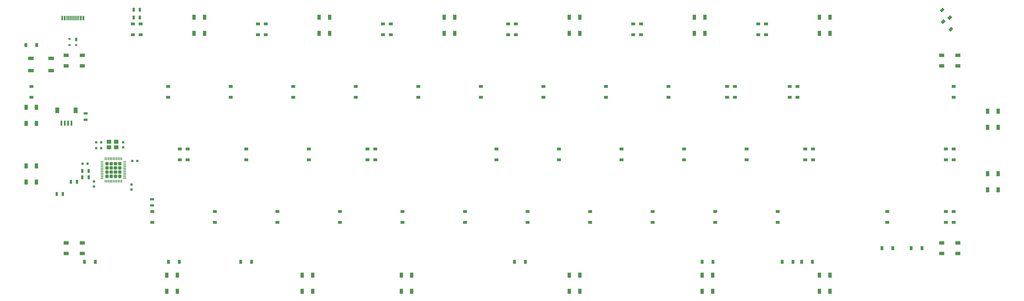
<source format=gbr>
G04 #@! TF.GenerationSoftware,KiCad,Pcbnew,(5.1.10)-1*
G04 #@! TF.CreationDate,2021-06-22T17:57:11+07:00*
G04 #@! TF.ProjectId,averange65,61766572-616e-4676-9536-352e6b696361,rev?*
G04 #@! TF.SameCoordinates,Original*
G04 #@! TF.FileFunction,Paste,Bot*
G04 #@! TF.FilePolarity,Positive*
%FSLAX46Y46*%
G04 Gerber Fmt 4.6, Leading zero omitted, Abs format (unit mm)*
G04 Created by KiCad (PCBNEW (5.1.10)-1) date 2021-06-22 17:57:11*
%MOMM*%
%LPD*%
G01*
G04 APERTURE LIST*
%ADD10R,1.800000X1.100000*%
%ADD11R,0.900000X1.200000*%
%ADD12R,0.700000X1.300000*%
%ADD13R,0.800000X0.750000*%
%ADD14R,0.700000X1.000000*%
%ADD15R,0.700000X0.600000*%
%ADD16R,0.750000X0.800000*%
%ADD17R,1.300000X0.700000*%
%ADD18R,1.200000X1.800000*%
%ADD19R,0.600000X1.550000*%
%ADD20R,1.200000X0.900000*%
%ADD21R,1.500000X1.000000*%
%ADD22R,1.000000X1.500000*%
%ADD23C,0.100000*%
%ADD24R,0.300000X1.450000*%
%ADD25R,0.600000X1.450000*%
%ADD26R,1.400000X1.200000*%
G04 APERTURE END LIST*
D10*
X40604845Y-69715910D03*
X34404845Y-66015910D03*
X40604845Y-66015910D03*
X34404845Y-69715910D03*
D11*
X185007020Y-127992725D03*
X181707020Y-127992725D03*
D12*
X51998347Y-102245523D03*
X50098347Y-102245523D03*
X51998347Y-100310746D03*
X50098347Y-100310746D03*
D13*
X50149518Y-98078311D03*
X51649518Y-98078311D03*
D11*
X269218325Y-127992725D03*
X272518325Y-127992725D03*
X266565175Y-127992725D03*
X263265175Y-127992725D03*
X79636265Y-127992725D03*
X76336265Y-127992725D03*
X54037720Y-127992725D03*
X50737720Y-127992725D03*
X302555965Y-123825520D03*
X305855965Y-123825520D03*
X242157260Y-127992725D03*
X238857260Y-127992725D03*
X293626240Y-123825520D03*
X296926240Y-123825520D03*
X101662920Y-127992725D03*
X98362920Y-127992725D03*
D12*
X42230000Y-107315000D03*
X44130000Y-107315000D03*
D14*
X48187600Y-60250000D03*
D15*
X46187600Y-60050000D03*
X48187600Y-61950000D03*
X46187600Y-61950000D03*
D13*
X66790000Y-97218500D03*
X65290000Y-97218500D03*
D16*
X65087500Y-104469500D03*
X65087500Y-105969500D03*
X53657500Y-103505000D03*
X53657500Y-105005000D03*
D17*
X71310500Y-110805000D03*
X71310500Y-108905000D03*
D18*
X48043940Y-81862840D03*
X42443940Y-81862840D03*
D19*
X43743940Y-85737840D03*
X44743940Y-85737840D03*
X46743940Y-85737840D03*
X45743940Y-85737840D03*
D20*
X315516950Y-115950480D03*
X315516950Y-112650480D03*
X242888520Y-115950480D03*
X242888520Y-112650480D03*
X261938600Y-115950480D03*
X261938600Y-112650480D03*
X204788360Y-115950480D03*
X204788360Y-112650480D03*
X147638120Y-115950480D03*
X147638120Y-112650480D03*
X128588040Y-115950480D03*
X128588040Y-112650480D03*
X166688200Y-115950480D03*
X166688200Y-112650480D03*
X313135690Y-115950480D03*
X313135690Y-112650480D03*
X185738280Y-115950480D03*
X185738280Y-112650480D03*
X109537960Y-115950480D03*
X109537960Y-112650480D03*
X90487880Y-115950480D03*
X90487880Y-112650480D03*
X71437800Y-115950480D03*
X71437800Y-112650480D03*
X295276240Y-115950480D03*
X295276240Y-112650480D03*
G36*
G01*
X55656500Y-102575420D02*
X55656500Y-102450420D01*
G75*
G02*
X55719000Y-102387920I62500J0D01*
G01*
X56469000Y-102387920D01*
G75*
G02*
X56531500Y-102450420I0J-62500D01*
G01*
X56531500Y-102575420D01*
G75*
G02*
X56469000Y-102637920I-62500J0D01*
G01*
X55719000Y-102637920D01*
G75*
G02*
X55656500Y-102575420I0J62500D01*
G01*
G37*
G36*
G01*
X55656500Y-102075420D02*
X55656500Y-101950420D01*
G75*
G02*
X55719000Y-101887920I62500J0D01*
G01*
X56469000Y-101887920D01*
G75*
G02*
X56531500Y-101950420I0J-62500D01*
G01*
X56531500Y-102075420D01*
G75*
G02*
X56469000Y-102137920I-62500J0D01*
G01*
X55719000Y-102137920D01*
G75*
G02*
X55656500Y-102075420I0J62500D01*
G01*
G37*
G36*
G01*
X55656500Y-101575420D02*
X55656500Y-101450420D01*
G75*
G02*
X55719000Y-101387920I62500J0D01*
G01*
X56469000Y-101387920D01*
G75*
G02*
X56531500Y-101450420I0J-62500D01*
G01*
X56531500Y-101575420D01*
G75*
G02*
X56469000Y-101637920I-62500J0D01*
G01*
X55719000Y-101637920D01*
G75*
G02*
X55656500Y-101575420I0J62500D01*
G01*
G37*
G36*
G01*
X55656500Y-101075420D02*
X55656500Y-100950420D01*
G75*
G02*
X55719000Y-100887920I62500J0D01*
G01*
X56469000Y-100887920D01*
G75*
G02*
X56531500Y-100950420I0J-62500D01*
G01*
X56531500Y-101075420D01*
G75*
G02*
X56469000Y-101137920I-62500J0D01*
G01*
X55719000Y-101137920D01*
G75*
G02*
X55656500Y-101075420I0J62500D01*
G01*
G37*
G36*
G01*
X55656500Y-100575420D02*
X55656500Y-100450420D01*
G75*
G02*
X55719000Y-100387920I62500J0D01*
G01*
X56469000Y-100387920D01*
G75*
G02*
X56531500Y-100450420I0J-62500D01*
G01*
X56531500Y-100575420D01*
G75*
G02*
X56469000Y-100637920I-62500J0D01*
G01*
X55719000Y-100637920D01*
G75*
G02*
X55656500Y-100575420I0J62500D01*
G01*
G37*
G36*
G01*
X55656500Y-100075420D02*
X55656500Y-99950420D01*
G75*
G02*
X55719000Y-99887920I62500J0D01*
G01*
X56469000Y-99887920D01*
G75*
G02*
X56531500Y-99950420I0J-62500D01*
G01*
X56531500Y-100075420D01*
G75*
G02*
X56469000Y-100137920I-62500J0D01*
G01*
X55719000Y-100137920D01*
G75*
G02*
X55656500Y-100075420I0J62500D01*
G01*
G37*
G36*
G01*
X55656500Y-99575420D02*
X55656500Y-99450420D01*
G75*
G02*
X55719000Y-99387920I62500J0D01*
G01*
X56469000Y-99387920D01*
G75*
G02*
X56531500Y-99450420I0J-62500D01*
G01*
X56531500Y-99575420D01*
G75*
G02*
X56469000Y-99637920I-62500J0D01*
G01*
X55719000Y-99637920D01*
G75*
G02*
X55656500Y-99575420I0J62500D01*
G01*
G37*
G36*
G01*
X55656500Y-99075420D02*
X55656500Y-98950420D01*
G75*
G02*
X55719000Y-98887920I62500J0D01*
G01*
X56469000Y-98887920D01*
G75*
G02*
X56531500Y-98950420I0J-62500D01*
G01*
X56531500Y-99075420D01*
G75*
G02*
X56469000Y-99137920I-62500J0D01*
G01*
X55719000Y-99137920D01*
G75*
G02*
X55656500Y-99075420I0J62500D01*
G01*
G37*
G36*
G01*
X55656500Y-98575420D02*
X55656500Y-98450420D01*
G75*
G02*
X55719000Y-98387920I62500J0D01*
G01*
X56469000Y-98387920D01*
G75*
G02*
X56531500Y-98450420I0J-62500D01*
G01*
X56531500Y-98575420D01*
G75*
G02*
X56469000Y-98637920I-62500J0D01*
G01*
X55719000Y-98637920D01*
G75*
G02*
X55656500Y-98575420I0J62500D01*
G01*
G37*
G36*
G01*
X55656500Y-98075420D02*
X55656500Y-97950420D01*
G75*
G02*
X55719000Y-97887920I62500J0D01*
G01*
X56469000Y-97887920D01*
G75*
G02*
X56531500Y-97950420I0J-62500D01*
G01*
X56531500Y-98075420D01*
G75*
G02*
X56469000Y-98137920I-62500J0D01*
G01*
X55719000Y-98137920D01*
G75*
G02*
X55656500Y-98075420I0J62500D01*
G01*
G37*
G36*
G01*
X55656500Y-97575420D02*
X55656500Y-97450420D01*
G75*
G02*
X55719000Y-97387920I62500J0D01*
G01*
X56469000Y-97387920D01*
G75*
G02*
X56531500Y-97450420I0J-62500D01*
G01*
X56531500Y-97575420D01*
G75*
G02*
X56469000Y-97637920I-62500J0D01*
G01*
X55719000Y-97637920D01*
G75*
G02*
X55656500Y-97575420I0J62500D01*
G01*
G37*
G36*
G01*
X56906500Y-96950420D02*
X56906500Y-96200420D01*
G75*
G02*
X56969000Y-96137920I62500J0D01*
G01*
X57094000Y-96137920D01*
G75*
G02*
X57156500Y-96200420I0J-62500D01*
G01*
X57156500Y-96950420D01*
G75*
G02*
X57094000Y-97012920I-62500J0D01*
G01*
X56969000Y-97012920D01*
G75*
G02*
X56906500Y-96950420I0J62500D01*
G01*
G37*
G36*
G01*
X57406500Y-96950420D02*
X57406500Y-96200420D01*
G75*
G02*
X57469000Y-96137920I62500J0D01*
G01*
X57594000Y-96137920D01*
G75*
G02*
X57656500Y-96200420I0J-62500D01*
G01*
X57656500Y-96950420D01*
G75*
G02*
X57594000Y-97012920I-62500J0D01*
G01*
X57469000Y-97012920D01*
G75*
G02*
X57406500Y-96950420I0J62500D01*
G01*
G37*
G36*
G01*
X57906500Y-96950420D02*
X57906500Y-96200420D01*
G75*
G02*
X57969000Y-96137920I62500J0D01*
G01*
X58094000Y-96137920D01*
G75*
G02*
X58156500Y-96200420I0J-62500D01*
G01*
X58156500Y-96950420D01*
G75*
G02*
X58094000Y-97012920I-62500J0D01*
G01*
X57969000Y-97012920D01*
G75*
G02*
X57906500Y-96950420I0J62500D01*
G01*
G37*
G36*
G01*
X58406500Y-96950420D02*
X58406500Y-96200420D01*
G75*
G02*
X58469000Y-96137920I62500J0D01*
G01*
X58594000Y-96137920D01*
G75*
G02*
X58656500Y-96200420I0J-62500D01*
G01*
X58656500Y-96950420D01*
G75*
G02*
X58594000Y-97012920I-62500J0D01*
G01*
X58469000Y-97012920D01*
G75*
G02*
X58406500Y-96950420I0J62500D01*
G01*
G37*
G36*
G01*
X58906500Y-96950420D02*
X58906500Y-96200420D01*
G75*
G02*
X58969000Y-96137920I62500J0D01*
G01*
X59094000Y-96137920D01*
G75*
G02*
X59156500Y-96200420I0J-62500D01*
G01*
X59156500Y-96950420D01*
G75*
G02*
X59094000Y-97012920I-62500J0D01*
G01*
X58969000Y-97012920D01*
G75*
G02*
X58906500Y-96950420I0J62500D01*
G01*
G37*
G36*
G01*
X59406500Y-96950420D02*
X59406500Y-96200420D01*
G75*
G02*
X59469000Y-96137920I62500J0D01*
G01*
X59594000Y-96137920D01*
G75*
G02*
X59656500Y-96200420I0J-62500D01*
G01*
X59656500Y-96950420D01*
G75*
G02*
X59594000Y-97012920I-62500J0D01*
G01*
X59469000Y-97012920D01*
G75*
G02*
X59406500Y-96950420I0J62500D01*
G01*
G37*
G36*
G01*
X59906500Y-96950420D02*
X59906500Y-96200420D01*
G75*
G02*
X59969000Y-96137920I62500J0D01*
G01*
X60094000Y-96137920D01*
G75*
G02*
X60156500Y-96200420I0J-62500D01*
G01*
X60156500Y-96950420D01*
G75*
G02*
X60094000Y-97012920I-62500J0D01*
G01*
X59969000Y-97012920D01*
G75*
G02*
X59906500Y-96950420I0J62500D01*
G01*
G37*
G36*
G01*
X60406500Y-96950420D02*
X60406500Y-96200420D01*
G75*
G02*
X60469000Y-96137920I62500J0D01*
G01*
X60594000Y-96137920D01*
G75*
G02*
X60656500Y-96200420I0J-62500D01*
G01*
X60656500Y-96950420D01*
G75*
G02*
X60594000Y-97012920I-62500J0D01*
G01*
X60469000Y-97012920D01*
G75*
G02*
X60406500Y-96950420I0J62500D01*
G01*
G37*
G36*
G01*
X60906500Y-96950420D02*
X60906500Y-96200420D01*
G75*
G02*
X60969000Y-96137920I62500J0D01*
G01*
X61094000Y-96137920D01*
G75*
G02*
X61156500Y-96200420I0J-62500D01*
G01*
X61156500Y-96950420D01*
G75*
G02*
X61094000Y-97012920I-62500J0D01*
G01*
X60969000Y-97012920D01*
G75*
G02*
X60906500Y-96950420I0J62500D01*
G01*
G37*
G36*
G01*
X61406500Y-96950420D02*
X61406500Y-96200420D01*
G75*
G02*
X61469000Y-96137920I62500J0D01*
G01*
X61594000Y-96137920D01*
G75*
G02*
X61656500Y-96200420I0J-62500D01*
G01*
X61656500Y-96950420D01*
G75*
G02*
X61594000Y-97012920I-62500J0D01*
G01*
X61469000Y-97012920D01*
G75*
G02*
X61406500Y-96950420I0J62500D01*
G01*
G37*
G36*
G01*
X61906500Y-96950420D02*
X61906500Y-96200420D01*
G75*
G02*
X61969000Y-96137920I62500J0D01*
G01*
X62094000Y-96137920D01*
G75*
G02*
X62156500Y-96200420I0J-62500D01*
G01*
X62156500Y-96950420D01*
G75*
G02*
X62094000Y-97012920I-62500J0D01*
G01*
X61969000Y-97012920D01*
G75*
G02*
X61906500Y-96950420I0J62500D01*
G01*
G37*
G36*
G01*
X62531500Y-97575420D02*
X62531500Y-97450420D01*
G75*
G02*
X62594000Y-97387920I62500J0D01*
G01*
X63344000Y-97387920D01*
G75*
G02*
X63406500Y-97450420I0J-62500D01*
G01*
X63406500Y-97575420D01*
G75*
G02*
X63344000Y-97637920I-62500J0D01*
G01*
X62594000Y-97637920D01*
G75*
G02*
X62531500Y-97575420I0J62500D01*
G01*
G37*
G36*
G01*
X62531500Y-98075420D02*
X62531500Y-97950420D01*
G75*
G02*
X62594000Y-97887920I62500J0D01*
G01*
X63344000Y-97887920D01*
G75*
G02*
X63406500Y-97950420I0J-62500D01*
G01*
X63406500Y-98075420D01*
G75*
G02*
X63344000Y-98137920I-62500J0D01*
G01*
X62594000Y-98137920D01*
G75*
G02*
X62531500Y-98075420I0J62500D01*
G01*
G37*
G36*
G01*
X62531500Y-98575420D02*
X62531500Y-98450420D01*
G75*
G02*
X62594000Y-98387920I62500J0D01*
G01*
X63344000Y-98387920D01*
G75*
G02*
X63406500Y-98450420I0J-62500D01*
G01*
X63406500Y-98575420D01*
G75*
G02*
X63344000Y-98637920I-62500J0D01*
G01*
X62594000Y-98637920D01*
G75*
G02*
X62531500Y-98575420I0J62500D01*
G01*
G37*
G36*
G01*
X62531500Y-99075420D02*
X62531500Y-98950420D01*
G75*
G02*
X62594000Y-98887920I62500J0D01*
G01*
X63344000Y-98887920D01*
G75*
G02*
X63406500Y-98950420I0J-62500D01*
G01*
X63406500Y-99075420D01*
G75*
G02*
X63344000Y-99137920I-62500J0D01*
G01*
X62594000Y-99137920D01*
G75*
G02*
X62531500Y-99075420I0J62500D01*
G01*
G37*
G36*
G01*
X62531500Y-99575420D02*
X62531500Y-99450420D01*
G75*
G02*
X62594000Y-99387920I62500J0D01*
G01*
X63344000Y-99387920D01*
G75*
G02*
X63406500Y-99450420I0J-62500D01*
G01*
X63406500Y-99575420D01*
G75*
G02*
X63344000Y-99637920I-62500J0D01*
G01*
X62594000Y-99637920D01*
G75*
G02*
X62531500Y-99575420I0J62500D01*
G01*
G37*
G36*
G01*
X62531500Y-100075420D02*
X62531500Y-99950420D01*
G75*
G02*
X62594000Y-99887920I62500J0D01*
G01*
X63344000Y-99887920D01*
G75*
G02*
X63406500Y-99950420I0J-62500D01*
G01*
X63406500Y-100075420D01*
G75*
G02*
X63344000Y-100137920I-62500J0D01*
G01*
X62594000Y-100137920D01*
G75*
G02*
X62531500Y-100075420I0J62500D01*
G01*
G37*
G36*
G01*
X62531500Y-100575420D02*
X62531500Y-100450420D01*
G75*
G02*
X62594000Y-100387920I62500J0D01*
G01*
X63344000Y-100387920D01*
G75*
G02*
X63406500Y-100450420I0J-62500D01*
G01*
X63406500Y-100575420D01*
G75*
G02*
X63344000Y-100637920I-62500J0D01*
G01*
X62594000Y-100637920D01*
G75*
G02*
X62531500Y-100575420I0J62500D01*
G01*
G37*
G36*
G01*
X62531500Y-101075420D02*
X62531500Y-100950420D01*
G75*
G02*
X62594000Y-100887920I62500J0D01*
G01*
X63344000Y-100887920D01*
G75*
G02*
X63406500Y-100950420I0J-62500D01*
G01*
X63406500Y-101075420D01*
G75*
G02*
X63344000Y-101137920I-62500J0D01*
G01*
X62594000Y-101137920D01*
G75*
G02*
X62531500Y-101075420I0J62500D01*
G01*
G37*
G36*
G01*
X62531500Y-101575420D02*
X62531500Y-101450420D01*
G75*
G02*
X62594000Y-101387920I62500J0D01*
G01*
X63344000Y-101387920D01*
G75*
G02*
X63406500Y-101450420I0J-62500D01*
G01*
X63406500Y-101575420D01*
G75*
G02*
X63344000Y-101637920I-62500J0D01*
G01*
X62594000Y-101637920D01*
G75*
G02*
X62531500Y-101575420I0J62500D01*
G01*
G37*
G36*
G01*
X62531500Y-102075420D02*
X62531500Y-101950420D01*
G75*
G02*
X62594000Y-101887920I62500J0D01*
G01*
X63344000Y-101887920D01*
G75*
G02*
X63406500Y-101950420I0J-62500D01*
G01*
X63406500Y-102075420D01*
G75*
G02*
X63344000Y-102137920I-62500J0D01*
G01*
X62594000Y-102137920D01*
G75*
G02*
X62531500Y-102075420I0J62500D01*
G01*
G37*
G36*
G01*
X62531500Y-102575420D02*
X62531500Y-102450420D01*
G75*
G02*
X62594000Y-102387920I62500J0D01*
G01*
X63344000Y-102387920D01*
G75*
G02*
X63406500Y-102450420I0J-62500D01*
G01*
X63406500Y-102575420D01*
G75*
G02*
X63344000Y-102637920I-62500J0D01*
G01*
X62594000Y-102637920D01*
G75*
G02*
X62531500Y-102575420I0J62500D01*
G01*
G37*
G36*
G01*
X61906500Y-103825420D02*
X61906500Y-103075420D01*
G75*
G02*
X61969000Y-103012920I62500J0D01*
G01*
X62094000Y-103012920D01*
G75*
G02*
X62156500Y-103075420I0J-62500D01*
G01*
X62156500Y-103825420D01*
G75*
G02*
X62094000Y-103887920I-62500J0D01*
G01*
X61969000Y-103887920D01*
G75*
G02*
X61906500Y-103825420I0J62500D01*
G01*
G37*
G36*
G01*
X61406500Y-103825420D02*
X61406500Y-103075420D01*
G75*
G02*
X61469000Y-103012920I62500J0D01*
G01*
X61594000Y-103012920D01*
G75*
G02*
X61656500Y-103075420I0J-62500D01*
G01*
X61656500Y-103825420D01*
G75*
G02*
X61594000Y-103887920I-62500J0D01*
G01*
X61469000Y-103887920D01*
G75*
G02*
X61406500Y-103825420I0J62500D01*
G01*
G37*
G36*
G01*
X60906500Y-103825420D02*
X60906500Y-103075420D01*
G75*
G02*
X60969000Y-103012920I62500J0D01*
G01*
X61094000Y-103012920D01*
G75*
G02*
X61156500Y-103075420I0J-62500D01*
G01*
X61156500Y-103825420D01*
G75*
G02*
X61094000Y-103887920I-62500J0D01*
G01*
X60969000Y-103887920D01*
G75*
G02*
X60906500Y-103825420I0J62500D01*
G01*
G37*
G36*
G01*
X60406500Y-103825420D02*
X60406500Y-103075420D01*
G75*
G02*
X60469000Y-103012920I62500J0D01*
G01*
X60594000Y-103012920D01*
G75*
G02*
X60656500Y-103075420I0J-62500D01*
G01*
X60656500Y-103825420D01*
G75*
G02*
X60594000Y-103887920I-62500J0D01*
G01*
X60469000Y-103887920D01*
G75*
G02*
X60406500Y-103825420I0J62500D01*
G01*
G37*
G36*
G01*
X59906500Y-103825420D02*
X59906500Y-103075420D01*
G75*
G02*
X59969000Y-103012920I62500J0D01*
G01*
X60094000Y-103012920D01*
G75*
G02*
X60156500Y-103075420I0J-62500D01*
G01*
X60156500Y-103825420D01*
G75*
G02*
X60094000Y-103887920I-62500J0D01*
G01*
X59969000Y-103887920D01*
G75*
G02*
X59906500Y-103825420I0J62500D01*
G01*
G37*
G36*
G01*
X59406500Y-103825420D02*
X59406500Y-103075420D01*
G75*
G02*
X59469000Y-103012920I62500J0D01*
G01*
X59594000Y-103012920D01*
G75*
G02*
X59656500Y-103075420I0J-62500D01*
G01*
X59656500Y-103825420D01*
G75*
G02*
X59594000Y-103887920I-62500J0D01*
G01*
X59469000Y-103887920D01*
G75*
G02*
X59406500Y-103825420I0J62500D01*
G01*
G37*
G36*
G01*
X58906500Y-103825420D02*
X58906500Y-103075420D01*
G75*
G02*
X58969000Y-103012920I62500J0D01*
G01*
X59094000Y-103012920D01*
G75*
G02*
X59156500Y-103075420I0J-62500D01*
G01*
X59156500Y-103825420D01*
G75*
G02*
X59094000Y-103887920I-62500J0D01*
G01*
X58969000Y-103887920D01*
G75*
G02*
X58906500Y-103825420I0J62500D01*
G01*
G37*
G36*
G01*
X58406500Y-103825420D02*
X58406500Y-103075420D01*
G75*
G02*
X58469000Y-103012920I62500J0D01*
G01*
X58594000Y-103012920D01*
G75*
G02*
X58656500Y-103075420I0J-62500D01*
G01*
X58656500Y-103825420D01*
G75*
G02*
X58594000Y-103887920I-62500J0D01*
G01*
X58469000Y-103887920D01*
G75*
G02*
X58406500Y-103825420I0J62500D01*
G01*
G37*
G36*
G01*
X57906500Y-103825420D02*
X57906500Y-103075420D01*
G75*
G02*
X57969000Y-103012920I62500J0D01*
G01*
X58094000Y-103012920D01*
G75*
G02*
X58156500Y-103075420I0J-62500D01*
G01*
X58156500Y-103825420D01*
G75*
G02*
X58094000Y-103887920I-62500J0D01*
G01*
X57969000Y-103887920D01*
G75*
G02*
X57906500Y-103825420I0J62500D01*
G01*
G37*
G36*
G01*
X57406500Y-103825420D02*
X57406500Y-103075420D01*
G75*
G02*
X57469000Y-103012920I62500J0D01*
G01*
X57594000Y-103012920D01*
G75*
G02*
X57656500Y-103075420I0J-62500D01*
G01*
X57656500Y-103825420D01*
G75*
G02*
X57594000Y-103887920I-62500J0D01*
G01*
X57469000Y-103887920D01*
G75*
G02*
X57406500Y-103825420I0J62500D01*
G01*
G37*
G36*
G01*
X56906500Y-103825420D02*
X56906500Y-103075420D01*
G75*
G02*
X56969000Y-103012920I62500J0D01*
G01*
X57094000Y-103012920D01*
G75*
G02*
X57156500Y-103075420I0J-62500D01*
G01*
X57156500Y-103825420D01*
G75*
G02*
X57094000Y-103887920I-62500J0D01*
G01*
X56969000Y-103887920D01*
G75*
G02*
X56906500Y-103825420I0J62500D01*
G01*
G37*
G36*
G01*
X57076500Y-102217920D02*
X57076500Y-101677920D01*
G75*
G02*
X57326500Y-101427920I250000J0D01*
G01*
X57866500Y-101427920D01*
G75*
G02*
X58116500Y-101677920I0J-250000D01*
G01*
X58116500Y-102217920D01*
G75*
G02*
X57866500Y-102467920I-250000J0D01*
G01*
X57326500Y-102467920D01*
G75*
G02*
X57076500Y-102217920I0J250000D01*
G01*
G37*
G36*
G01*
X57076500Y-100927920D02*
X57076500Y-100387920D01*
G75*
G02*
X57326500Y-100137920I250000J0D01*
G01*
X57866500Y-100137920D01*
G75*
G02*
X58116500Y-100387920I0J-250000D01*
G01*
X58116500Y-100927920D01*
G75*
G02*
X57866500Y-101177920I-250000J0D01*
G01*
X57326500Y-101177920D01*
G75*
G02*
X57076500Y-100927920I0J250000D01*
G01*
G37*
G36*
G01*
X57076500Y-99637920D02*
X57076500Y-99097920D01*
G75*
G02*
X57326500Y-98847920I250000J0D01*
G01*
X57866500Y-98847920D01*
G75*
G02*
X58116500Y-99097920I0J-250000D01*
G01*
X58116500Y-99637920D01*
G75*
G02*
X57866500Y-99887920I-250000J0D01*
G01*
X57326500Y-99887920D01*
G75*
G02*
X57076500Y-99637920I0J250000D01*
G01*
G37*
G36*
G01*
X57076500Y-98347920D02*
X57076500Y-97807920D01*
G75*
G02*
X57326500Y-97557920I250000J0D01*
G01*
X57866500Y-97557920D01*
G75*
G02*
X58116500Y-97807920I0J-250000D01*
G01*
X58116500Y-98347920D01*
G75*
G02*
X57866500Y-98597920I-250000J0D01*
G01*
X57326500Y-98597920D01*
G75*
G02*
X57076500Y-98347920I0J250000D01*
G01*
G37*
G36*
G01*
X58366500Y-102217920D02*
X58366500Y-101677920D01*
G75*
G02*
X58616500Y-101427920I250000J0D01*
G01*
X59156500Y-101427920D01*
G75*
G02*
X59406500Y-101677920I0J-250000D01*
G01*
X59406500Y-102217920D01*
G75*
G02*
X59156500Y-102467920I-250000J0D01*
G01*
X58616500Y-102467920D01*
G75*
G02*
X58366500Y-102217920I0J250000D01*
G01*
G37*
G36*
G01*
X58366500Y-100927920D02*
X58366500Y-100387920D01*
G75*
G02*
X58616500Y-100137920I250000J0D01*
G01*
X59156500Y-100137920D01*
G75*
G02*
X59406500Y-100387920I0J-250000D01*
G01*
X59406500Y-100927920D01*
G75*
G02*
X59156500Y-101177920I-250000J0D01*
G01*
X58616500Y-101177920D01*
G75*
G02*
X58366500Y-100927920I0J250000D01*
G01*
G37*
G36*
G01*
X58366500Y-99637920D02*
X58366500Y-99097920D01*
G75*
G02*
X58616500Y-98847920I250000J0D01*
G01*
X59156500Y-98847920D01*
G75*
G02*
X59406500Y-99097920I0J-250000D01*
G01*
X59406500Y-99637920D01*
G75*
G02*
X59156500Y-99887920I-250000J0D01*
G01*
X58616500Y-99887920D01*
G75*
G02*
X58366500Y-99637920I0J250000D01*
G01*
G37*
G36*
G01*
X58366500Y-98347920D02*
X58366500Y-97807920D01*
G75*
G02*
X58616500Y-97557920I250000J0D01*
G01*
X59156500Y-97557920D01*
G75*
G02*
X59406500Y-97807920I0J-250000D01*
G01*
X59406500Y-98347920D01*
G75*
G02*
X59156500Y-98597920I-250000J0D01*
G01*
X58616500Y-98597920D01*
G75*
G02*
X58366500Y-98347920I0J250000D01*
G01*
G37*
G36*
G01*
X59656500Y-102217920D02*
X59656500Y-101677920D01*
G75*
G02*
X59906500Y-101427920I250000J0D01*
G01*
X60446500Y-101427920D01*
G75*
G02*
X60696500Y-101677920I0J-250000D01*
G01*
X60696500Y-102217920D01*
G75*
G02*
X60446500Y-102467920I-250000J0D01*
G01*
X59906500Y-102467920D01*
G75*
G02*
X59656500Y-102217920I0J250000D01*
G01*
G37*
G36*
G01*
X59656500Y-100927920D02*
X59656500Y-100387920D01*
G75*
G02*
X59906500Y-100137920I250000J0D01*
G01*
X60446500Y-100137920D01*
G75*
G02*
X60696500Y-100387920I0J-250000D01*
G01*
X60696500Y-100927920D01*
G75*
G02*
X60446500Y-101177920I-250000J0D01*
G01*
X59906500Y-101177920D01*
G75*
G02*
X59656500Y-100927920I0J250000D01*
G01*
G37*
G36*
G01*
X59656500Y-99637920D02*
X59656500Y-99097920D01*
G75*
G02*
X59906500Y-98847920I250000J0D01*
G01*
X60446500Y-98847920D01*
G75*
G02*
X60696500Y-99097920I0J-250000D01*
G01*
X60696500Y-99637920D01*
G75*
G02*
X60446500Y-99887920I-250000J0D01*
G01*
X59906500Y-99887920D01*
G75*
G02*
X59656500Y-99637920I0J250000D01*
G01*
G37*
G36*
G01*
X59656500Y-98347920D02*
X59656500Y-97807920D01*
G75*
G02*
X59906500Y-97557920I250000J0D01*
G01*
X60446500Y-97557920D01*
G75*
G02*
X60696500Y-97807920I0J-250000D01*
G01*
X60696500Y-98347920D01*
G75*
G02*
X60446500Y-98597920I-250000J0D01*
G01*
X59906500Y-98597920D01*
G75*
G02*
X59656500Y-98347920I0J250000D01*
G01*
G37*
G36*
G01*
X60946500Y-102217920D02*
X60946500Y-101677920D01*
G75*
G02*
X61196500Y-101427920I250000J0D01*
G01*
X61736500Y-101427920D01*
G75*
G02*
X61986500Y-101677920I0J-250000D01*
G01*
X61986500Y-102217920D01*
G75*
G02*
X61736500Y-102467920I-250000J0D01*
G01*
X61196500Y-102467920D01*
G75*
G02*
X60946500Y-102217920I0J250000D01*
G01*
G37*
G36*
G01*
X60946500Y-100927920D02*
X60946500Y-100387920D01*
G75*
G02*
X61196500Y-100137920I250000J0D01*
G01*
X61736500Y-100137920D01*
G75*
G02*
X61986500Y-100387920I0J-250000D01*
G01*
X61986500Y-100927920D01*
G75*
G02*
X61736500Y-101177920I-250000J0D01*
G01*
X61196500Y-101177920D01*
G75*
G02*
X60946500Y-100927920I0J250000D01*
G01*
G37*
G36*
G01*
X60946500Y-99637920D02*
X60946500Y-99097920D01*
G75*
G02*
X61196500Y-98847920I250000J0D01*
G01*
X61736500Y-98847920D01*
G75*
G02*
X61986500Y-99097920I0J-250000D01*
G01*
X61986500Y-99637920D01*
G75*
G02*
X61736500Y-99887920I-250000J0D01*
G01*
X61196500Y-99887920D01*
G75*
G02*
X60946500Y-99637920I0J250000D01*
G01*
G37*
G36*
G01*
X60946500Y-98347920D02*
X60946500Y-97807920D01*
G75*
G02*
X61196500Y-97557920I250000J0D01*
G01*
X61736500Y-97557920D01*
G75*
G02*
X61986500Y-97807920I0J-250000D01*
G01*
X61986500Y-98347920D01*
G75*
G02*
X61736500Y-98597920I-250000J0D01*
G01*
X61196500Y-98597920D01*
G75*
G02*
X60946500Y-98347920I0J250000D01*
G01*
G37*
D12*
X46548000Y-103632000D03*
X48448000Y-103632000D03*
D21*
X311876320Y-125425520D03*
X311876320Y-122225520D03*
X316776320Y-125425520D03*
X316776320Y-122225520D03*
D22*
X274626160Y-132091190D03*
X277826160Y-132091190D03*
X274626160Y-136991190D03*
X277826160Y-136991190D03*
X238907260Y-132091190D03*
X242107260Y-132091190D03*
X238907260Y-136991190D03*
X242107260Y-136991190D03*
X198425840Y-132091190D03*
X201625840Y-132091190D03*
X198425840Y-136991190D03*
X201625840Y-136991190D03*
X147228750Y-132091190D03*
X150428750Y-132091190D03*
X147228750Y-136991190D03*
X150428750Y-136991190D03*
X117053630Y-132022450D03*
X120253630Y-132022450D03*
X117053630Y-136922450D03*
X120253630Y-136922450D03*
X75790950Y-132091190D03*
X78990950Y-132091190D03*
X75790950Y-136991190D03*
X78990950Y-136991190D03*
D21*
X50075200Y-122225520D03*
X50075200Y-125425520D03*
X45175200Y-122225520D03*
X45175200Y-125425520D03*
D22*
X36128270Y-103653550D03*
X32928270Y-103653550D03*
X36128270Y-98753550D03*
X32928270Y-98753550D03*
X36128270Y-85794100D03*
X32928270Y-85794100D03*
X36128270Y-80894100D03*
X32928270Y-80894100D03*
X325823250Y-101134810D03*
X329023250Y-101134810D03*
X325823250Y-106034810D03*
X329023250Y-106034810D03*
X325823250Y-82084730D03*
X329023250Y-82084730D03*
X325823250Y-86984730D03*
X329023250Y-86984730D03*
D21*
X311876320Y-68275280D03*
X311876320Y-65075280D03*
X316776320Y-68275280D03*
X316776320Y-65075280D03*
D22*
X277826160Y-58409610D03*
X274626160Y-58409610D03*
X277826160Y-53509610D03*
X274626160Y-53509610D03*
X239726000Y-58409610D03*
X236526000Y-58409610D03*
X239726000Y-53509610D03*
X236526000Y-53509610D03*
X201625840Y-58409610D03*
X198425840Y-58409610D03*
X201625840Y-53509610D03*
X198425840Y-53509610D03*
X163525680Y-58409610D03*
X160325680Y-58409610D03*
X163525680Y-53509610D03*
X160325680Y-53509610D03*
X125425520Y-58409610D03*
X122225520Y-58409610D03*
X125425520Y-53509610D03*
X122225520Y-53509610D03*
X87325360Y-58409610D03*
X84125360Y-58409610D03*
X87325360Y-53509610D03*
X84125360Y-53509610D03*
D21*
X45175200Y-68275280D03*
X45175200Y-65075280D03*
X50075200Y-68275280D03*
X50075200Y-65075280D03*
D23*
G36*
X315044878Y-53448160D02*
G01*
X314196350Y-54296688D01*
X313559954Y-53660292D01*
X314408482Y-52811764D01*
X315044878Y-53448160D01*
G37*
G36*
X312711426Y-51114708D02*
G01*
X311862898Y-51963236D01*
X311226502Y-51326840D01*
X312075030Y-50478312D01*
X312711426Y-51114708D01*
G37*
G36*
X313011736Y-54686818D02*
G01*
X312163208Y-55535346D01*
X311526812Y-54898950D01*
X312375340Y-54050422D01*
X313011736Y-54686818D01*
G37*
G36*
X315345188Y-57020270D02*
G01*
X314496660Y-57868798D01*
X313860264Y-57232402D01*
X314708792Y-56383874D01*
X315345188Y-57020270D01*
G37*
D20*
X265510490Y-77850320D03*
X265510490Y-74550320D03*
X223838440Y-115950480D03*
X223838440Y-112650480D03*
X315516950Y-96900400D03*
X315516950Y-93600400D03*
X313135690Y-96900400D03*
X313135690Y-93600400D03*
X270273010Y-96900400D03*
X270273010Y-93600400D03*
X252413560Y-96900400D03*
X252413560Y-93600400D03*
X233363480Y-96900400D03*
X233363480Y-93600400D03*
X214313400Y-96900400D03*
X214313400Y-93600400D03*
X195263320Y-96900400D03*
X195263320Y-93600400D03*
X176213240Y-96900400D03*
X176213240Y-93600400D03*
X139303710Y-96900400D03*
X139303710Y-93600400D03*
X136922450Y-96900400D03*
X136922450Y-93600400D03*
X119063000Y-96900400D03*
X119063000Y-93600400D03*
X100012920Y-96900400D03*
X100012920Y-93600400D03*
X79771875Y-93600000D03*
X79771875Y-96900000D03*
X82153125Y-96900000D03*
X82153125Y-93600000D03*
X315516950Y-77850320D03*
X315516950Y-74550320D03*
X272654270Y-96900400D03*
X272654270Y-93600400D03*
X267890850Y-77850000D03*
X267890850Y-74550000D03*
X248841670Y-77850320D03*
X248841670Y-74550320D03*
X246460410Y-77850320D03*
X246460410Y-74550320D03*
X228600960Y-77850320D03*
X228600960Y-74550320D03*
X209550176Y-77850000D03*
X209550176Y-74550000D03*
X190500800Y-77850320D03*
X190500800Y-74550320D03*
X171450144Y-77850000D03*
X171450144Y-74550000D03*
X152400128Y-77850000D03*
X152400128Y-74550000D03*
X133350112Y-77850000D03*
X133350112Y-74550000D03*
X114300096Y-77850000D03*
X114300096Y-74550000D03*
X95250080Y-77850000D03*
X95250080Y-74550000D03*
X76200320Y-77850320D03*
X76200320Y-74550320D03*
X34528270Y-77850320D03*
X34528270Y-74550320D03*
D24*
X46937600Y-53695000D03*
X47437600Y-53695000D03*
X47937600Y-53695000D03*
X46437600Y-53695000D03*
X48437600Y-53695000D03*
X45937600Y-53695000D03*
X48937600Y-53695000D03*
X45437600Y-53695000D03*
D25*
X44737600Y-53695000D03*
X49637600Y-53695000D03*
X43962600Y-53695000D03*
X50412600Y-53695000D03*
D26*
X60393130Y-91399630D03*
X58193130Y-91399630D03*
X58193130Y-93099630D03*
X60393130Y-93099630D03*
D17*
X51054000Y-82804000D03*
X51054000Y-84704000D03*
D12*
X67625280Y-53578350D03*
X65725280Y-53578350D03*
X67625280Y-51197090D03*
X65725280Y-51197090D03*
D20*
X258366710Y-55500240D03*
X258366710Y-58800240D03*
X255984590Y-55500000D03*
X255984590Y-58800000D03*
X220266550Y-55500000D03*
X220266550Y-58800000D03*
X217884558Y-55500000D03*
X217884558Y-58800000D03*
X182166390Y-55500000D03*
X182166390Y-58800000D03*
X179784526Y-55500000D03*
X179784526Y-58800000D03*
X144066230Y-55500000D03*
X144066230Y-58800000D03*
X141684494Y-55500000D03*
X141684494Y-58800000D03*
X105966070Y-55500240D03*
X105966070Y-58800240D03*
X103584462Y-55500000D03*
X103584462Y-58800000D03*
X67865910Y-55500240D03*
X67865910Y-58800240D03*
X65484650Y-58800240D03*
X65484650Y-55500240D03*
D11*
X36178270Y-61912760D03*
X32878270Y-61912760D03*
D13*
X54288630Y-93392630D03*
X55788630Y-93392630D03*
X54288630Y-91614630D03*
X55788630Y-91614630D03*
D16*
X62468130Y-91563130D03*
X62468130Y-93063130D03*
M02*

</source>
